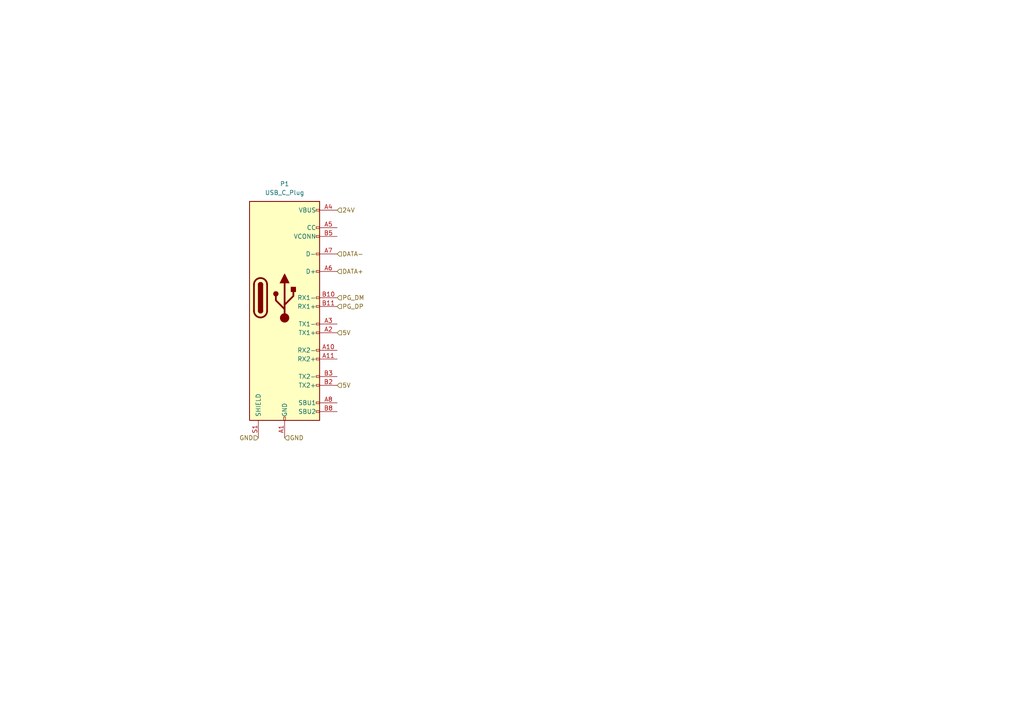
<source format=kicad_sch>
(kicad_sch (version 20250114) (generator "eeschema") (generator_version "9.0")
  (paper "A4")
  (lib_symbols
    (symbol "Connector:USB_C_Plug" (pin_names (offset 1.016))
      (property "Reference" "P" (at -10.16 29.21 0))
      (property "Value" "USB_C_Plug" (at 10.16 29.21 0))
      (symbol "USB_C_Plug_0_0"
        (rectangle (start -0.254 -35.56) (end 0.254 -34.544))
        (rectangle (start 10.16 25.654) (end 9.144 25.146))
        (rectangle (start 10.16 20.574) (end 9.144 20.066))
        (rectangle (start 10.16 18.034) (end 9.144 17.526))
        (rectangle (start 10.16 12.954) (end 9.144 12.446))
        (rectangle (start 10.16 7.874) (end 9.144 7.366))
        (rectangle (start 10.16 0.254) (end 9.144 -0.254))
        (rectangle (start 10.16 -2.286) (end 9.144 -2.794))
        (rectangle (start 10.16 -7.366) (end 9.144 -7.874))
        (rectangle (start 10.16 -9.906) (end 9.144 -10.414))
        (rectangle (start 10.16 -14.986) (end 9.144 -15.494))
        (rectangle (start 10.16 -17.526) (end 9.144 -18.034))
        (rectangle (start 10.16 -22.606) (end 9.144 -23.114))
        (rectangle (start 10.16 -25.146) (end 9.144 -25.654))
        (rectangle (start 10.16 -30.226) (end 9.144 -30.734))
        (rectangle (start 10.16 -32.766) (end 9.144 -33.274))
      )
      (symbol "USB_C_Plug_0_1"
        (rectangle (start -10.16 27.94) (end 10.16 -35.56) (stroke (width 0.254)) (fill (type background)))
        (polyline (pts (xy -8.89 -3.81) (xy -8.89 3.81)) (stroke (width 0.508)))
        (rectangle (start -7.62 -3.81) (end -6.35 3.81) (stroke (width 0.254)) (fill (type outline)))
        (arc (start -7.62 3.81) (mid -6.985 4.4423) (end -6.35 3.81) (stroke (width 0.254)))
        (arc (start -7.62 3.81) (mid -6.985 4.4423) (end -6.35 3.81) (stroke (width 0.254)) (fill (type outline)))
        (arc (start -8.89 3.81) (mid -6.985 5.7067) (end -5.08 3.81) (stroke (width 0.508)))
        (arc (start -5.08 -3.81) (mid -6.985 -5.7067) (end -8.89 -3.81) (stroke (width 0.508)))
        (arc (start -6.35 -3.81) (mid -6.985 -4.4423) (end -7.62 -3.81) (stroke (width 0.254)))
        (arc (start -6.35 -3.81) (mid -6.985 -4.4423) (end -7.62 -3.81) (stroke (width 0.254)) (fill (type outline)))
        (polyline (pts (xy -5.08 3.81) (xy -5.08 -3.81)) (stroke (width 0.508)))
      )
      (symbol "USB_C_Plug_1_1"
        (circle (center -2.54 1.143) (radius 0.635) (stroke (width 0.254)) (fill (type outline)))
        (polyline (pts (xy -1.27 4.318) (xy 0 6.858) (xy 1.27 4.318) (xy -1.27 4.318)) (stroke (width 0.254)) (fill (type outline)))
        (polyline (pts (xy 0 -2.032) (xy 2.54 0.508) (xy 2.54 1.778)) (stroke (width 0.508)))
        (polyline (pts (xy 0 -3.302) (xy -2.54 -0.762) (xy -2.54 0.508)) (stroke (width 0.508)))
        (polyline (pts (xy 0 -5.842) (xy 0 4.318)) (stroke (width 0.508)))
        (circle (center 0 -5.842) (radius 1.27) (fill (type outline)))
        (rectangle (start 1.905 1.778) (end 3.175 3.048) (stroke (width 0.254)) (fill (type outline)))
        (pin passive line (at -7.62 -40.64 90) (length 5.08) (name "SHIELD") (number "S1"))
        (pin passive line (at 0 -40.64 90) (length 5.08) (name "GND") (number "A1"))
        (pin passive line (at 0 -40.64 90) (length 5.08) (hide yes) (name "GND") (number "A12"))
        (pin passive line (at 0 -40.64 90) (length 5.08) (hide yes) (name "GND") (number "B1"))
        (pin passive line (at 0 -40.64 90) (length 5.08) (hide yes) (name "GND") (number "B12"))
        (pin passive line (at 15.24 25.4 180) (length 5.08) (name "VBUS") (number "A4"))
        (pin passive line (at 15.24 25.4 180) (length 5.08) (hide yes) (name "VBUS") (number "A9"))
        (pin passive line (at 15.24 25.4 180) (length 5.08) (hide yes) (name "VBUS") (number "B4"))
        (pin passive line (at 15.24 25.4 180) (length 5.08) (hide yes) (name "VBUS") (number "B9"))
        (pin bidirectional line (at 15.24 20.32 180) (length 5.08) (name "CC") (number "A5"))
        (pin bidirectional line (at 15.24 17.78 180) (length 5.08) (name "VCONN") (number "B5"))
        (pin bidirectional line (at 15.24 12.7 180) (length 5.08) (name "D-") (number "A7"))
        (pin bidirectional line (at 15.24 7.62 180) (length 5.08) (name "D+") (number "A6"))
        (pin bidirectional line (at 15.24 0 180) (length 5.08) (name "RX1-") (number "B10"))
        (pin bidirectional line (at 15.24 -2.54 180) (length 5.08) (name "RX1+") (number "B11"))
        (pin bidirectional line (at 15.24 -7.62 180) (length 5.08) (name "TX1-") (number "A3"))
        (pin bidirectional line (at 15.24 -10.16 180) (length 5.08) (name "TX1+") (number "A2"))
        (pin bidirectional line (at 15.24 -15.24 180) (length 5.08) (name "RX2-") (number "A10"))
        (pin bidirectional line (at 15.24 -17.78 180) (length 5.08) (name "RX2+") (number "A11"))
        (pin bidirectional line (at 15.24 -22.86 180) (length 5.08) (name "TX2-") (number "B3"))
        (pin bidirectional line (at 15.24 -25.4 180) (length 5.08) (name "TX2+") (number "B2"))
        (pin bidirectional line (at 15.24 -30.48 180) (length 5.08) (name "SBU1") (number "A8"))
        (pin bidirectional line (at 15.24 -33.02 180) (length 5.08) (name "SBU2") (number "B8"))
      )
    )
  )
  (hierarchical_label "DATA-" (shape input) (at 97.79 73.66 0))
  (hierarchical_label "PG_DP" (shape input) (at 97.79 88.9 0))
  (hierarchical_label "24V" (shape input) (at 97.79 60.96 0))
  (hierarchical_label "GND" (shape input) (at 82.55 127 0))
  (hierarchical_label "5V" (shape input) (at 97.79 111.76 0))
  (hierarchical_label "5V" (shape input) (at 97.79 96.52 0))
  (hierarchical_label "PG_DM" (shape input) (at 97.79 86.36 0))
  (hierarchical_label "DATA+" (shape input) (at 97.79 78.74 0))
  (hierarchical_label "GND" (shape input) (at 74.93 127 180))
  (symbol (lib_id "Connector:USB_C_Plug") (at 82.55 86.36 0) (unit 1)
    (property "Reference" "P1" (at 82.55 53.34 0))
    (property "Value" "USB_C_Plug" (at 82.55 55.88 0))
    (property "Datasheet" "https://www.usb.org/sites/default/files/documents/usb_type-c.zip" (effects (hide yes)))
    (property "Description" "USB Type-C Plug connector" (effects (hide yes)))
  )
)
</source>
